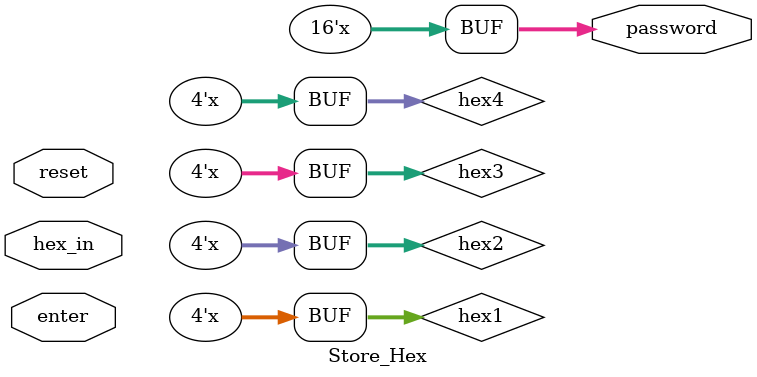
<source format=v>
`timescale 1ns / 1ps


module Store_Hex(
    input [3:0] hex_in,
    input reset,
    input enter,
    output reg [15:0] password
    );
    
    reg [1:0] counter;
    reg [3:0] hex1,hex2,hex3,hex4;
    
    always @(enter or reset)begin
        if(reset) begin
            counter = 2'b00;
        end
        else if(enter) begin
            case(counter)
                2'b00: begin
                    hex1 = hex_in;
                    counter = counter + 2'b01;
                end
                2'b01: begin
                    hex2 = hex_in;
                    counter = counter + 2'b01;
                end
                2'b10: begin
                    hex3 = hex_in;
                    counter = counter + 2'b01;
                end
                2'b11: begin
                    hex4 = hex_in;
                    counter = 2'b00;
                    password = {hex1,hex2,hex3,hex4};
                end
            
            endcase
        end
    end
    
    
    
endmodule

</source>
